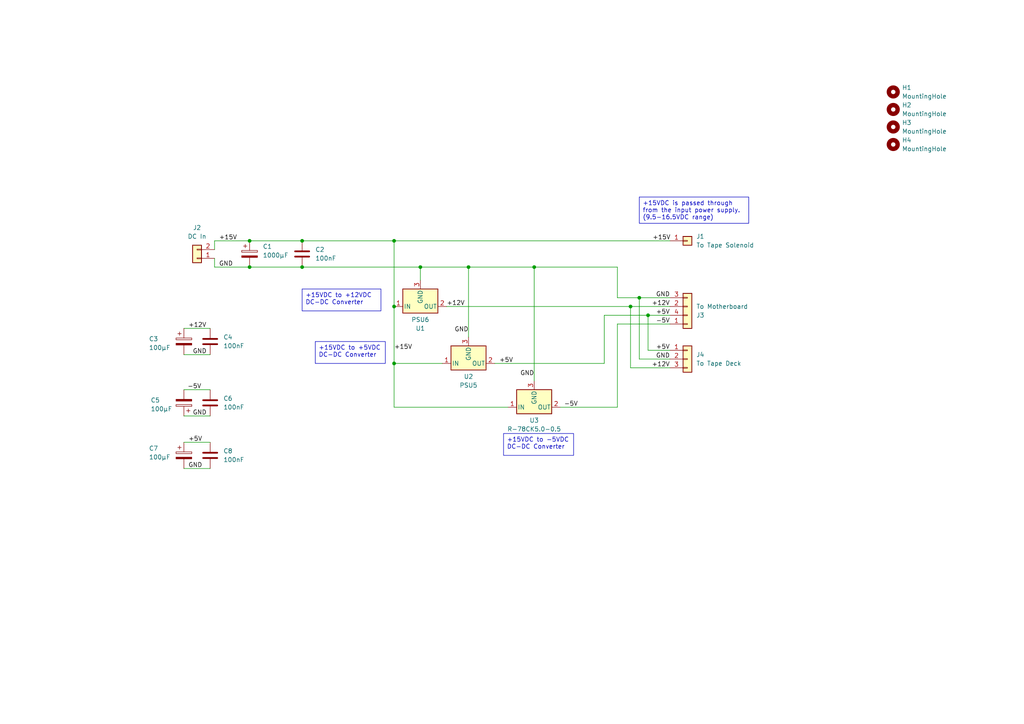
<source format=kicad_sch>
(kicad_sch (version 20250114) (generator "eeschema") (generator_version "9.0")
  (paper "A4")
  (title_block (title "Sharp MZ-80B New Power Supply") (date "18/FEB/2026") (rev "A") (company "Brett Hallen") (comment 1 "www.youtube.com/@Brfff"))
  (lib_symbols
    (symbol "Connector_Generic:Conn_01x01" (pin_names (offset 1.016) (hide yes))
      (property "Reference" "J" (at 0 2.54 0))
      (property "Value" "Conn_01x01" (at 0 -2.54 0))
      (symbol "Conn_01x01_1_1"
        (rectangle (start -1.27 1.27) (end 1.27 -1.27) (stroke (width 0.254)) (fill (type background)))
        (rectangle (start -1.27 0.127) (end 0 -0.127) (stroke (width 0.1524)))
        (pin passive line (at -5.08 0 0) (length 3.81) (name "Pin_1") (number "1"))
      )
    )
    (symbol "Connector_Generic:Conn_01x02" (pin_names (offset 1.016) (hide yes))
      (property "Reference" "J" (at 0 2.54 0))
      (property "Value" "Conn_01x02" (at 0 -5.08 0))
      (symbol "Conn_01x02_1_1"
        (rectangle (start -1.27 1.27) (end 1.27 -3.81) (stroke (width 0.254)) (fill (type background)))
        (rectangle (start -1.27 0.127) (end 0 -0.127) (stroke (width 0.1524)))
        (rectangle (start -1.27 -2.413) (end 0 -2.667) (stroke (width 0.1524)))
        (pin passive line (at -5.08 0 0) (length 3.81) (name "Pin_1") (number "1"))
        (pin passive line (at -5.08 -2.54 0) (length 3.81) (name "Pin_2") (number "2"))
      )
    )
    (symbol "Connector_Generic:Conn_01x03" (pin_names (offset 1.016) (hide yes))
      (property "Reference" "J" (at 0 5.08 0))
      (property "Value" "Conn_01x03" (at 0 -5.08 0))
      (symbol "Conn_01x03_1_1"
        (rectangle (start -1.27 3.81) (end 1.27 -3.81) (stroke (width 0.254)) (fill (type background)))
        (rectangle (start -1.27 2.667) (end 0 2.413) (stroke (width 0.1524)))
        (rectangle (start -1.27 0.127) (end 0 -0.127) (stroke (width 0.1524)))
        (rectangle (start -1.27 -2.413) (end 0 -2.667) (stroke (width 0.1524)))
        (pin passive line (at -5.08 2.54 0) (length 3.81) (name "Pin_1") (number "1"))
        (pin passive line (at -5.08 0 0) (length 3.81) (name "Pin_2") (number "2"))
        (pin passive line (at -5.08 -2.54 0) (length 3.81) (name "Pin_3") (number "3"))
      )
    )
    (symbol "Connector_Generic:Conn_01x04" (pin_names (offset 1.016) (hide yes))
      (property "Reference" "J1" (at 2.54 0.0001 0))
      (property "Value" "To Motherboard" (at 2.54 -2.5399 0))
      (symbol "Conn_01x04_1_1"
        (rectangle (start -1.27 3.81) (end 1.27 -6.35) (stroke (width 0.254)) (fill (type background)))
        (rectangle (start -1.27 2.667) (end 0 2.413) (stroke (width 0.1524)))
        (rectangle (start -1.27 0.127) (end 0 -0.127) (stroke (width 0.1524)))
        (rectangle (start -1.27 -2.413) (end 0 -2.667) (stroke (width 0.1524)))
        (rectangle (start -1.27 -4.953) (end 0 -5.207) (stroke (width 0.1524)))
        (pin passive line (at -5.08 2.54 0) (length 3.81) (name "Pin_1") (number "1"))
        (pin passive line (at -5.08 0 0) (length 3.81) (name "Pin_4") (number "4"))
        (pin passive line (at -5.08 -2.54 0) (length 3.81) (name "Pin_2") (number "2"))
        (pin passive line (at -5.08 -5.08 0) (length 3.81) (name "Pin_3") (number "3"))
      )
    )
    (symbol "Device:C" (pin_numbers (hide yes)) (pin_names (offset 0.254))
      (property "Reference" "C" (at 0.635 2.54 0))
      (property "Value" "C" (at 0.635 -2.54 0))
      (symbol "C_0_1"
        (polyline (pts (xy -2.032 0.762) (xy 2.032 0.762)) (stroke (width 0.508)))
        (polyline (pts (xy -2.032 -0.762) (xy 2.032 -0.762)) (stroke (width 0.508)))
      )
      (symbol "C_1_1"
        (pin passive line (at 0 3.81 270) (length 2.794) (name "~") (number "1"))
        (pin passive line (at 0 -3.81 90) (length 2.794) (name "~") (number "2"))
      )
    )
    (symbol "Device:C_Polarized" (pin_numbers (hide yes)) (pin_names (offset 0.254))
      (property "Reference" "C" (at 0.635 2.54 0))
      (property "Value" "C_Polarized" (at 0.635 -2.54 0))
      (symbol "C_Polarized_0_1"
        (rectangle (start -2.286 0.508) (end 2.286 1.016))
        (polyline (pts (xy -1.778 2.286) (xy -0.762 2.286)))
        (polyline (pts (xy -1.27 2.794) (xy -1.27 1.778)))
        (rectangle (start 2.286 -0.508) (end -2.286 -1.016) (fill (type outline)))
      )
      (symbol "C_Polarized_1_1"
        (pin passive line (at 0 3.81 270) (length 2.794) (name "~") (number "1"))
        (pin passive line (at 0 -3.81 90) (length 2.794) (name "~") (number "2"))
      )
    )
    (symbol "Mechanical:MountingHole" (pin_names (offset 1.016)) (in_bom no)
      (property "Reference" "H" (at 0 5.08 0))
      (property "Value" "MountingHole" (at 0 3.175 0))
      (symbol "MountingHole_0_1"
        (circle (center 0 0) (radius 1.27) (stroke (width 1.27)))
      )
    )
    (symbol "Regulator_Linear:L7805" (pin_names (offset 0.254))
      (property "Reference" "U1" (at 0 6.35 0))
      (property "Value" "PSU5" (at 0 3.81 0))
      (symbol "L7805_0_1"
        (rectangle (start -5.08 1.905) (end 5.08 -5.08) (stroke (width 0.254)) (fill (type background)))
      )
      (symbol "L7805_1_1"
        (pin power_in line (at -7.62 0 0) (length 2.54) (name "IN") (number "1"))
        (pin power_in line (at 0 -7.62 90) (length 2.54) (name "GND") (number "3"))
        (pin power_out line (at 7.62 0 180) (length 2.54) (name "OUT") (number "2"))
      )
    )
  )
  (text_box "+15VDC to +5VDC\nDC-DC Converter" (at 91.44 99.06 0) (size 20.32 6.35) (margins 0.9525 0.9525 0.9525 0.9525) (effects (font (size 1.27 1.27)) (justify left top)))
  (text_box "+15VDC is passed through from the input power supply.\n(9.5-16.5VDC range)" (at 185.42 57.15 0) (size 31.75 7.62) (margins 0.9525 0.9525 0.9525 0.9525) (effects (font (size 1.27 1.27)) (justify left top)))
  (text_box "+15VDC to +12VDC\nDC-DC Converter" (at 87.63 83.82 0) (size 22.86 6.35) (margins 0.9525 0.9525 0.9525 0.9525) (effects (font (size 1.27 1.27)) (justify left top)))
  (text_box "+15VDC to -5VDC\nDC-DC Converter" (at 146.05 125.73 0) (size 20.32 6.35) (margins 0.9525 0.9525 0.9525 0.9525) (effects (font (size 1.27 1.27)) (justify left top)))
  (junction (at 114.3 69.85))
  (junction (at 154.94 77.47))
  (junction (at 72.39 69.85))
  (junction (at 121.92 77.47))
  (junction (at 87.63 77.47))
  (junction (at 187.96 91.44))
  (junction (at 87.63 69.85))
  (junction (at 114.3 88.9))
  (junction (at 135.89 77.47))
  (junction (at 72.39 77.47))
  (junction (at 114.3 105.41))
  (junction (at 185.42 86.36))
  (junction (at 182.88 88.9))
  (wire (pts (xy 179.07 93.98) (xy 194.31 93.98)))
  (wire (pts (xy 179.07 86.36) (xy 185.42 86.36)))
  (wire (pts (xy 53.34 95.25) (xy 60.96 95.25)))
  (wire (pts (xy 147.32 118.11) (xy 114.3 118.11)))
  (wire (pts (xy 182.88 106.68) (xy 182.88 88.9)))
  (wire (pts (xy 185.42 86.36) (xy 194.31 86.36)))
  (wire (pts (xy 194.31 104.14) (xy 185.42 104.14)))
  (wire (pts (xy 87.63 77.47) (xy 121.92 77.47)))
  (wire (pts (xy 179.07 118.11) (xy 179.07 93.98)))
  (wire (pts (xy 175.26 105.41) (xy 175.26 91.44)))
  (wire (pts (xy 187.96 91.44) (xy 194.31 91.44)))
  (wire (pts (xy 162.56 118.11) (xy 179.07 118.11)))
  (wire (pts (xy 185.42 104.14) (xy 185.42 86.36)))
  (wire (pts (xy 53.34 128.27) (xy 60.96 128.27)))
  (wire (pts (xy 53.34 120.65) (xy 60.96 120.65)))
  (wire (pts (xy 154.94 77.47) (xy 135.89 77.47)))
  (wire (pts (xy 53.34 102.87) (xy 60.96 102.87)))
  (wire (pts (xy 128.27 105.41) (xy 114.3 105.41)))
  (wire (pts (xy 87.63 69.85) (xy 114.3 69.85)))
  (wire (pts (xy 114.3 69.85) (xy 114.3 88.9)))
  (wire (pts (xy 114.3 118.11) (xy 114.3 105.41)))
  (wire (pts (xy 135.89 77.47) (xy 121.92 77.47)))
  (wire (pts (xy 175.26 91.44) (xy 187.96 91.44)))
  (wire (pts (xy 121.92 81.28) (xy 121.92 77.47)))
  (wire (pts (xy 114.3 105.41) (xy 114.3 88.9)))
  (wire (pts (xy 62.23 72.39) (xy 62.23 69.85)))
  (wire (pts (xy 62.23 74.93) (xy 62.23 77.47)))
  (wire (pts (xy 154.94 110.49) (xy 154.94 77.47)))
  (wire (pts (xy 135.89 97.79) (xy 135.89 77.47)))
  (wire (pts (xy 53.34 113.03) (xy 60.96 113.03)))
  (wire (pts (xy 187.96 101.6) (xy 187.96 91.44)))
  (wire (pts (xy 53.34 135.89) (xy 60.96 135.89)))
  (wire (pts (xy 154.94 77.47) (xy 179.07 77.47)))
  (wire (pts (xy 194.31 101.6) (xy 187.96 101.6)))
  (wire (pts (xy 179.07 77.47) (xy 179.07 86.36)))
  (wire (pts (xy 72.39 77.47) (xy 87.63 77.47)))
  (wire (pts (xy 129.54 88.9) (xy 182.88 88.9)))
  (wire (pts (xy 194.31 69.85) (xy 114.3 69.85)))
  (wire (pts (xy 182.88 88.9) (xy 194.31 88.9)))
  (wire (pts (xy 62.23 69.85) (xy 72.39 69.85)))
  (wire (pts (xy 143.51 105.41) (xy 175.26 105.41)))
  (wire (pts (xy 194.31 106.68) (xy 182.88 106.68)))
  (wire (pts (xy 72.39 69.85) (xy 87.63 69.85)))
  (wire (pts (xy 62.23 77.47) (xy 72.39 77.47)))
  (label "+5V" (at 54.61 128.27 0))
  (label "+12V" (at 194.31 106.68 180))
  (label "+5V" (at 194.31 91.44 180))
  (label "-5V" (at 58.42 113.03 180))
  (label "GND" (at 63.5 77.47 0))
  (label "GND" (at 55.88 120.65 0))
  (label "+12V" (at 129.54 88.9 0))
  (label "+15V" (at 114.3 101.6 0))
  (label "+12V" (at 54.61 95.25 0))
  (label "GND" (at 194.31 104.14 180))
  (label "GND" (at 135.89 96.52 180))
  (label "+15V" (at 189.23 69.85 0))
  (label "GND" (at 55.88 102.87 0))
  (label "GND" (at 54.61 135.89 0))
  (label "+5V" (at 144.78 105.41 0))
  (label "+12V" (at 194.31 88.9 180))
  (label "GND" (at 194.31 86.36 180))
  (label "+5V" (at 194.31 101.6 180))
  (label "+15V" (at 63.5 69.85 0))
  (label "-5V" (at 167.64 118.11 180))
  (label "-5V" (at 194.31 93.98 180))
  (label "GND" (at 154.94 109.22 180))
  (symbol (lib_id "Device:C") (at 60.96 132.08 0) (unit 1)
    (property "Reference" "C8" (at 64.77 130.8099 0) (effects (justify left)))
    (property "Value" "100nF" (at 64.77 133.3499 0) (effects (justify left)))
    (property "Footprint" "Capacitor_THT:C_Disc_D3.8mm_W2.6mm_P2.50mm" (effects (hide yes)))
    (property "Description" "Unpolarized capacitor" (effects (hide yes)))
  )
  (symbol (lib_id "Device:C_Polarized") (at 53.34 132.08 0) (unit 1)
    (property "Reference" "C7" (at 43.18 130.048 0) (effects (justify left)))
    (property "Value" "100µF" (at 43.18 132.588 0) (effects (justify left)))
    (property "Footprint" "Capacitor_THT:CP_Radial_D7.5mm_P2.50mm" (effects (hide yes)))
    (property "Description" "Polarized capacitor" (effects (hide yes)))
  )
  (symbol (lib_id "Mechanical:MountingHole") (at 259.08 36.83 0) (unit 1) (in_bom no)
    (property "Reference" "H3" (at 261.62 35.5599 0) (effects (justify left)))
    (property "Value" "MountingHole" (at 261.62 38.0999 0) (effects (justify left)))
    (property "Footprint" "MountingHole:MountingHole_3.2mm_M3" (effects (hide yes)))
    (property "Description" "Mounting Hole without connection" (effects (hide yes)))
  )
  (symbol (lib_id "Mechanical:MountingHole") (at 259.08 31.75 0) (unit 1) (in_bom no)
    (property "Reference" "H2" (at 261.62 30.4799 0) (effects (justify left)))
    (property "Value" "MountingHole" (at 261.62 33.0199 0) (effects (justify left)))
    (property "Footprint" "MountingHole:MountingHole_3.2mm_M3" (effects (hide yes)))
    (property "Description" "Mounting Hole without connection" (effects (hide yes)))
  )
  (symbol (lib_id "Regulator_Linear:L7805") (at 154.94 118.11 0) (mirror x) (unit 1)
    (property "Reference" "U3" (at 154.94 121.92 0))
    (property "Value" "R-78CK5.0-0.5" (at 154.94 124.46 0))
    (property "Footprint" "Package_TO_SOT_THT:TO-220-3_Vertical" (effects (hide yes)))
    (property "Datasheet" "http://www.st.com/content/ccc/resource/technical/document/datasheet/41/4f/b3/b0/12/d4/47/88/CD00000444.pdf/files/CD00000444.pdf/jcr:content/translations/en.CD00000444.pdf" (effects (hide yes)))
    (property "Description" "Positive 1.5A 35V Linear Regulator, Fixed Output 5V, TO-220/TO-263/TO-252" (effects (hide yes)))
  )
  (symbol (lib_id "Connector_Generic:Conn_01x02") (at 57.15 74.93 180) (unit 1)
    (property "Reference" "J2" (at 57.15 66.04 0))
    (property "Value" "DC In" (at 57.15 68.58 0))
    (property "Footprint" "Clueless_Engineer:TJC1-2A" (effects (hide yes)))
    (property "Description" "Generic connector, single row, 01x02, script generated (kicad-library-utils/schlib/autogen/connector/)" (effects (hide yes)))
  )
  (symbol (lib_id "Device:C_Polarized") (at 72.39 73.66 0) (unit 1)
    (property "Reference" "C1" (at 76.2 71.5009 0) (effects (justify left)))
    (property "Value" "1000µF" (at 76.2 74.0409 0) (effects (justify left)))
    (property "Footprint" "Capacitor_THT:CP_Radial_D16.0mm_P7.50mm" (effects (hide yes)))
    (property "Description" "Polarized capacitor" (effects (hide yes)))
  )
  (symbol (lib_id "Device:C") (at 60.96 116.84 0) (unit 1)
    (property "Reference" "C6" (at 64.77 115.5699 0) (effects (justify left)))
    (property "Value" "100nF" (at 64.77 118.1099 0) (effects (justify left)))
    (property "Footprint" "Capacitor_THT:C_Disc_D3.8mm_W2.6mm_P2.50mm" (effects (hide yes)))
    (property "Description" "Unpolarized capacitor" (effects (hide yes)))
  )
  (symbol (lib_id "Connector_Generic:Conn_01x04") (at 199.39 91.44 0) (mirror x) (unit 1)
    (property "Reference" "J3" (at 201.93 91.4401 0) (effects (justify left)))
    (property "Value" "To Motherboard" (at 201.93 88.9001 0) (effects (justify left)))
    (property "Footprint" "Clueless_Engineer:TJC1-4A" (effects (hide yes)))
    (property "Description" "Generic connector, single row, 01x04, script generated (kicad-library-utils/schlib/autogen/connector/)" (effects (hide yes)))
  )
  (symbol (lib_id "Regulator_Linear:L7805") (at 121.92 88.9 0) (mirror x) (unit 1)
    (property "Reference" "U1" (at 121.92 95.25 0))
    (property "Value" "PSU6" (at 121.92 92.71 0))
    (property "Footprint" "Package_TO_SOT_THT:TO-3" (effects (hide yes)))
    (property "Datasheet" "http://www.st.com/content/ccc/resource/technical/document/datasheet/41/4f/b3/b0/12/d4/47/88/CD00000444.pdf/files/CD00000444.pdf/jcr:content/translations/en.CD00000444.pdf" (effects (hide yes)))
    (property "Description" "Positive 1.5A 35V Linear Regulator, Fixed Output 5V, TO-220/TO-263/TO-252" (effects (hide yes)))
  )
  (symbol (lib_id "Device:C") (at 87.63 73.66 0) (unit 1)
    (property "Reference" "C2" (at 91.44 72.3899 0) (effects (justify left)))
    (property "Value" "100nF" (at 91.44 74.9299 0) (effects (justify left)))
    (property "Footprint" "Capacitor_THT:C_Disc_D3.8mm_W2.6mm_P2.50mm" (effects (hide yes)))
    (property "Description" "Unpolarized capacitor" (effects (hide yes)))
  )
  (symbol (lib_id "Mechanical:MountingHole") (at 259.08 41.91 0) (unit 1) (in_bom no)
    (property "Reference" "H4" (at 261.62 40.6399 0) (effects (justify left)))
    (property "Value" "MountingHole" (at 261.62 43.1799 0) (effects (justify left)))
    (property "Footprint" "MountingHole:MountingHole_3.2mm_M3" (effects (hide yes)))
    (property "Description" "Mounting Hole without connection" (effects (hide yes)))
  )
  (symbol (lib_id "Device:C") (at 60.96 99.06 0) (unit 1)
    (property "Reference" "C4" (at 64.77 97.7899 0) (effects (justify left)))
    (property "Value" "100nF" (at 64.77 100.3299 0) (effects (justify left)))
    (property "Footprint" "Capacitor_THT:C_Disc_D3.8mm_W2.6mm_P2.50mm" (effects (hide yes)))
    (property "Description" "Unpolarized capacitor" (effects (hide yes)))
  )
  (symbol (lib_id "Connector_Generic:Conn_01x01") (at 199.39 69.85 0) (unit 1)
    (property "Reference" "J1" (at 201.93 68.5799 0) (effects (justify left)))
    (property "Value" "To Tape Solenoid" (at 201.93 71.1199 0) (effects (justify left)))
    (property "Footprint" "Clueless_Engineer:TJC1-1A" (effects (hide yes)))
    (property "Description" "Generic connector, single row, 01x01, script generated (kicad-library-utils/schlib/autogen/connector/)" (effects (hide yes)))
  )
  (symbol (lib_id "Device:C_Polarized") (at 53.34 116.84 180) (unit 1)
    (property "Reference" "C5" (at 43.688 116.078 0) (effects (justify right)))
    (property "Value" "100µF" (at 43.688 118.618 0) (effects (justify right)))
    (property "Footprint" "Capacitor_THT:CP_Radial_D7.5mm_P2.50mm" (effects (hide yes)))
    (property "Description" "Polarized capacitor" (effects (hide yes)))
  )
  (symbol (lib_id "Regulator_Linear:L7805") (at 135.89 105.41 0) (mirror x) (unit 1)
    (property "Reference" "U2" (at 135.89 109.22 0))
    (property "Value" "PSU5" (at 135.89 111.76 0))
    (property "Footprint" "Package_TO_SOT_THT:TO-3" (effects (hide yes)))
    (property "Datasheet" "http://www.st.com/content/ccc/resource/technical/document/datasheet/41/4f/b3/b0/12/d4/47/88/CD00000444.pdf/files/CD00000444.pdf/jcr:content/translations/en.CD00000444.pdf" (effects (hide yes)))
    (property "Description" "Positive 1.5A 35V Linear Regulator, Fixed Output 5V, TO-220/TO-263/TO-252" (effects (hide yes)))
  )
  (symbol (lib_id "Connector_Generic:Conn_01x03") (at 199.39 104.14 0) (unit 1)
    (property "Reference" "J4" (at 201.93 102.8699 0) (effects (justify left)))
    (property "Value" "To Tape Deck" (at 201.93 105.4099 0) (effects (justify left)))
    (property "Footprint" "Clueless_Engineer:TJC1-3A" (effects (hide yes)))
    (property "Description" "Generic connector, single row, 01x03, script generated (kicad-library-utils/schlib/autogen/connector/)" (effects (hide yes)))
  )
  (symbol (lib_id "Mechanical:MountingHole") (at 259.08 26.67 0) (unit 1) (in_bom no)
    (property "Reference" "H1" (at 261.62 25.3999 0) (effects (justify left)))
    (property "Value" "MountingHole" (at 261.62 27.9399 0) (effects (justify left)))
    (property "Footprint" "MountingHole:MountingHole_3.2mm_M3" (effects (hide yes)))
    (property "Description" "Mounting Hole without connection" (effects (hide yes)))
  )
  (symbol (lib_id "Device:C_Polarized") (at 53.34 99.06 0) (unit 1)
    (property "Reference" "C3" (at 43.18 98.298 0) (effects (justify left)))
    (property "Value" "100µF" (at 43.18 100.838 0) (effects (justify left)))
    (property "Footprint" "Capacitor_THT:CP_Radial_D7.5mm_P2.50mm" (effects (hide yes)))
    (property "Description" "Polarized capacitor" (effects (hide yes)))
  )
)
</source>
